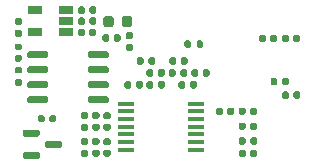
<source format=gbp>
G04 #@! TF.GenerationSoftware,KiCad,Pcbnew,(6.0.8)*
G04 #@! TF.CreationDate,2023-04-03T16:58:02+03:00*
G04 #@! TF.ProjectId,hellen1-wbo,68656c6c-656e-4312-9d77-626f2e6b6963,0.3*
G04 #@! TF.SameCoordinates,PX4a19ba0PY5aa5910*
G04 #@! TF.FileFunction,Paste,Bot*
G04 #@! TF.FilePolarity,Positive*
%FSLAX46Y46*%
G04 Gerber Fmt 4.6, Leading zero omitted, Abs format (unit mm)*
G04 Created by KiCad (PCBNEW (6.0.8)) date 2023-04-03 16:58:02*
%MOMM*%
%LPD*%
G01*
G04 APERTURE LIST*
%ADD10R,1.450000X0.450000*%
%ADD11R,1.220000X0.650000*%
G04 APERTURE END LIST*
G04 #@! TO.C,C605*
G36*
G01*
X20245000Y1869168D02*
X20245000Y2214168D01*
G75*
G02*
X20392500Y2361668I147500J0D01*
G01*
X20687500Y2361668D01*
G75*
G02*
X20835000Y2214168I0J-147500D01*
G01*
X20835000Y1869168D01*
G75*
G02*
X20687500Y1721668I-147500J0D01*
G01*
X20392500Y1721668D01*
G75*
G02*
X20245000Y1869168I0J147500D01*
G01*
G37*
G36*
G01*
X21215000Y1869168D02*
X21215000Y2214168D01*
G75*
G02*
X21362500Y2361668I147500J0D01*
G01*
X21657500Y2361668D01*
G75*
G02*
X21805000Y2214168I0J-147500D01*
G01*
X21805000Y1869168D01*
G75*
G02*
X21657500Y1721668I-147500J0D01*
G01*
X21362500Y1721668D01*
G75*
G02*
X21215000Y1869168I0J147500D01*
G01*
G37*
G04 #@! TD*
G04 #@! TO.C,C607*
G36*
G01*
X23920000Y5752500D02*
X23920000Y6097500D01*
G75*
G02*
X24067500Y6245000I147500J0D01*
G01*
X24362500Y6245000D01*
G75*
G02*
X24510000Y6097500I0J-147500D01*
G01*
X24510000Y5752500D01*
G75*
G02*
X24362500Y5605000I-147500J0D01*
G01*
X24067500Y5605000D01*
G75*
G02*
X23920000Y5752500I0J147500D01*
G01*
G37*
G36*
G01*
X24890000Y5752500D02*
X24890000Y6097500D01*
G75*
G02*
X25037500Y6245000I147500J0D01*
G01*
X25332500Y6245000D01*
G75*
G02*
X25480000Y6097500I0J-147500D01*
G01*
X25480000Y5752500D01*
G75*
G02*
X25332500Y5605000I-147500J0D01*
G01*
X25037500Y5605000D01*
G75*
G02*
X24890000Y5752500I0J147500D01*
G01*
G37*
G04 #@! TD*
G04 #@! TO.C,R609*
G36*
G01*
X11250000Y12406250D02*
X11250000Y11893750D01*
G75*
G02*
X11031250Y11675000I-218750J0D01*
G01*
X10593750Y11675000D01*
G75*
G02*
X10375000Y11893750I0J218750D01*
G01*
X10375000Y12406250D01*
G75*
G02*
X10593750Y12625000I218750J0D01*
G01*
X11031250Y12625000D01*
G75*
G02*
X11250000Y12406250I0J-218750D01*
G01*
G37*
G36*
G01*
X9675000Y12406250D02*
X9675000Y11893750D01*
G75*
G02*
X9456250Y11675000I-218750J0D01*
G01*
X9018750Y11675000D01*
G75*
G02*
X8800000Y11893750I0J218750D01*
G01*
X8800000Y12406250D01*
G75*
G02*
X9018750Y12625000I218750J0D01*
G01*
X9456250Y12625000D01*
G75*
G02*
X9675000Y12406250I0J-218750D01*
G01*
G37*
G04 #@! TD*
G04 #@! TO.C,R607*
G36*
G01*
X21805000Y1147500D02*
X21805000Y802500D01*
G75*
G02*
X21657500Y655000I-147500J0D01*
G01*
X21362500Y655000D01*
G75*
G02*
X21215000Y802500I0J147500D01*
G01*
X21215000Y1147500D01*
G75*
G02*
X21362500Y1295000I147500J0D01*
G01*
X21657500Y1295000D01*
G75*
G02*
X21805000Y1147500I0J-147500D01*
G01*
G37*
G36*
G01*
X20835000Y1147500D02*
X20835000Y802500D01*
G75*
G02*
X20687500Y655000I-147500J0D01*
G01*
X20392500Y655000D01*
G75*
G02*
X20245000Y802500I0J147500D01*
G01*
X20245000Y1147500D01*
G75*
G02*
X20392500Y1295000I147500J0D01*
G01*
X20687500Y1295000D01*
G75*
G02*
X20835000Y1147500I0J-147500D01*
G01*
G37*
G04 #@! TD*
G04 #@! TO.C,R614*
G36*
G01*
X6640709Y11052500D02*
X6640709Y11397500D01*
G75*
G02*
X6788209Y11545000I147500J0D01*
G01*
X7083209Y11545000D01*
G75*
G02*
X7230709Y11397500I0J-147500D01*
G01*
X7230709Y11052500D01*
G75*
G02*
X7083209Y10905000I-147500J0D01*
G01*
X6788209Y10905000D01*
G75*
G02*
X6640709Y11052500I0J147500D01*
G01*
G37*
G36*
G01*
X7610709Y11052500D02*
X7610709Y11397500D01*
G75*
G02*
X7758209Y11545000I147500J0D01*
G01*
X8053209Y11545000D01*
G75*
G02*
X8200709Y11397500I0J-147500D01*
G01*
X8200709Y11052500D01*
G75*
G02*
X8053209Y10905000I-147500J0D01*
G01*
X7758209Y10905000D01*
G75*
G02*
X7610709Y11052500I0J147500D01*
G01*
G37*
G04 #@! TD*
G04 #@! TO.C,R615*
G36*
G01*
X8695000Y10577500D02*
X8695000Y10922500D01*
G75*
G02*
X8842500Y11070000I147500J0D01*
G01*
X9137500Y11070000D01*
G75*
G02*
X9285000Y10922500I0J-147500D01*
G01*
X9285000Y10577500D01*
G75*
G02*
X9137500Y10430000I-147500J0D01*
G01*
X8842500Y10430000D01*
G75*
G02*
X8695000Y10577500I0J147500D01*
G01*
G37*
G36*
G01*
X9665000Y10577500D02*
X9665000Y10922500D01*
G75*
G02*
X9812500Y11070000I147500J0D01*
G01*
X10107500Y11070000D01*
G75*
G02*
X10255000Y10922500I0J-147500D01*
G01*
X10255000Y10577500D01*
G75*
G02*
X10107500Y10430000I-147500J0D01*
G01*
X9812500Y10430000D01*
G75*
G02*
X9665000Y10577500I0J147500D01*
G01*
G37*
G04 #@! TD*
G04 #@! TO.C,R621*
G36*
G01*
X1427500Y12440000D02*
X1772500Y12440000D01*
G75*
G02*
X1920000Y12292500I0J-147500D01*
G01*
X1920000Y11997500D01*
G75*
G02*
X1772500Y11850000I-147500J0D01*
G01*
X1427500Y11850000D01*
G75*
G02*
X1280000Y11997500I0J147500D01*
G01*
X1280000Y12292500D01*
G75*
G02*
X1427500Y12440000I147500J0D01*
G01*
G37*
G36*
G01*
X1427500Y11470000D02*
X1772500Y11470000D01*
G75*
G02*
X1920000Y11322500I0J-147500D01*
G01*
X1920000Y11027500D01*
G75*
G02*
X1772500Y10880000I-147500J0D01*
G01*
X1427500Y10880000D01*
G75*
G02*
X1280000Y11027500I0J147500D01*
G01*
X1280000Y11322500D01*
G75*
G02*
X1427500Y11470000I147500J0D01*
G01*
G37*
G04 #@! TD*
G04 #@! TO.C,R619*
G36*
G01*
X14005000Y7972500D02*
X14005000Y7627500D01*
G75*
G02*
X13857500Y7480000I-147500J0D01*
G01*
X13562500Y7480000D01*
G75*
G02*
X13415000Y7627500I0J147500D01*
G01*
X13415000Y7972500D01*
G75*
G02*
X13562500Y8120000I147500J0D01*
G01*
X13857500Y8120000D01*
G75*
G02*
X14005000Y7972500I0J-147500D01*
G01*
G37*
G36*
G01*
X13035000Y7972500D02*
X13035000Y7627500D01*
G75*
G02*
X12887500Y7480000I-147500J0D01*
G01*
X12592500Y7480000D01*
G75*
G02*
X12445000Y7627500I0J147500D01*
G01*
X12445000Y7972500D01*
G75*
G02*
X12592500Y8120000I147500J0D01*
G01*
X12887500Y8120000D01*
G75*
G02*
X13035000Y7972500I0J-147500D01*
G01*
G37*
G04 #@! TD*
G04 #@! TO.C,R620*
G36*
G01*
X12445000Y6627500D02*
X12445000Y6972500D01*
G75*
G02*
X12592500Y7120000I147500J0D01*
G01*
X12887500Y7120000D01*
G75*
G02*
X13035000Y6972500I0J-147500D01*
G01*
X13035000Y6627500D01*
G75*
G02*
X12887500Y6480000I-147500J0D01*
G01*
X12592500Y6480000D01*
G75*
G02*
X12445000Y6627500I0J147500D01*
G01*
G37*
G36*
G01*
X13415000Y6627500D02*
X13415000Y6972500D01*
G75*
G02*
X13562500Y7120000I147500J0D01*
G01*
X13857500Y7120000D01*
G75*
G02*
X14005000Y6972500I0J-147500D01*
G01*
X14005000Y6627500D01*
G75*
G02*
X13857500Y6480000I-147500J0D01*
G01*
X13562500Y6480000D01*
G75*
G02*
X13415000Y6627500I0J147500D01*
G01*
G37*
G04 #@! TD*
G04 #@! TO.C,R606*
G36*
G01*
X24505000Y7247500D02*
X24505000Y6902500D01*
G75*
G02*
X24357500Y6755000I-147500J0D01*
G01*
X24062500Y6755000D01*
G75*
G02*
X23915000Y6902500I0J147500D01*
G01*
X23915000Y7247500D01*
G75*
G02*
X24062500Y7395000I147500J0D01*
G01*
X24357500Y7395000D01*
G75*
G02*
X24505000Y7247500I0J-147500D01*
G01*
G37*
G36*
G01*
X23535000Y7247500D02*
X23535000Y6902500D01*
G75*
G02*
X23387500Y6755000I-147500J0D01*
G01*
X23092500Y6755000D01*
G75*
G02*
X22945000Y6902500I0J147500D01*
G01*
X22945000Y7247500D01*
G75*
G02*
X23092500Y7395000I147500J0D01*
G01*
X23387500Y7395000D01*
G75*
G02*
X23535000Y7247500I0J-147500D01*
G01*
G37*
G04 #@! TD*
D10*
G04 #@! TO.C,U600*
X10700000Y1300000D03*
X10700000Y1950000D03*
X10700000Y2600000D03*
X10700000Y3250000D03*
X10700000Y3900000D03*
X10700000Y4550000D03*
X10700000Y5200000D03*
X16600000Y5200000D03*
X16600000Y4550000D03*
X16600000Y3900000D03*
X16600000Y3250000D03*
X16600000Y2600000D03*
X16600000Y1950000D03*
X16600000Y1300000D03*
G04 #@! TD*
G04 #@! TO.C,C608*
G36*
G01*
X8205000Y12347500D02*
X8205000Y12002500D01*
G75*
G02*
X8057500Y11855000I-147500J0D01*
G01*
X7762500Y11855000D01*
G75*
G02*
X7615000Y12002500I0J147500D01*
G01*
X7615000Y12347500D01*
G75*
G02*
X7762500Y12495000I147500J0D01*
G01*
X8057500Y12495000D01*
G75*
G02*
X8205000Y12347500I0J-147500D01*
G01*
G37*
G36*
G01*
X7235000Y12347500D02*
X7235000Y12002500D01*
G75*
G02*
X7087500Y11855000I-147500J0D01*
G01*
X6792500Y11855000D01*
G75*
G02*
X6645000Y12002500I0J147500D01*
G01*
X6645000Y12347500D01*
G75*
G02*
X6792500Y12495000I147500J0D01*
G01*
X7087500Y12495000D01*
G75*
G02*
X7235000Y12347500I0J-147500D01*
G01*
G37*
G04 #@! TD*
G04 #@! TO.C,R624*
G36*
G01*
X6645000Y12952500D02*
X6645000Y13297500D01*
G75*
G02*
X6792500Y13445000I147500J0D01*
G01*
X7087500Y13445000D01*
G75*
G02*
X7235000Y13297500I0J-147500D01*
G01*
X7235000Y12952500D01*
G75*
G02*
X7087500Y12805000I-147500J0D01*
G01*
X6792500Y12805000D01*
G75*
G02*
X6645000Y12952500I0J147500D01*
G01*
G37*
G36*
G01*
X7615000Y12952500D02*
X7615000Y13297500D01*
G75*
G02*
X7762500Y13445000I147500J0D01*
G01*
X8057500Y13445000D01*
G75*
G02*
X8205000Y13297500I0J-147500D01*
G01*
X8205000Y12952500D01*
G75*
G02*
X8057500Y12805000I-147500J0D01*
G01*
X7762500Y12805000D01*
G75*
G02*
X7615000Y12952500I0J147500D01*
G01*
G37*
G04 #@! TD*
G04 #@! TO.C,R622*
G36*
G01*
X21945000Y10552500D02*
X21945000Y10897500D01*
G75*
G02*
X22092500Y11045000I147500J0D01*
G01*
X22387500Y11045000D01*
G75*
G02*
X22535000Y10897500I0J-147500D01*
G01*
X22535000Y10552500D01*
G75*
G02*
X22387500Y10405000I-147500J0D01*
G01*
X22092500Y10405000D01*
G75*
G02*
X21945000Y10552500I0J147500D01*
G01*
G37*
G36*
G01*
X22915000Y10552500D02*
X22915000Y10897500D01*
G75*
G02*
X23062500Y11045000I147500J0D01*
G01*
X23357500Y11045000D01*
G75*
G02*
X23505000Y10897500I0J-147500D01*
G01*
X23505000Y10552500D01*
G75*
G02*
X23357500Y10405000I-147500J0D01*
G01*
X23062500Y10405000D01*
G75*
G02*
X22915000Y10552500I0J147500D01*
G01*
G37*
G04 #@! TD*
G04 #@! TO.C,R612*
G36*
G01*
X20245000Y3110834D02*
X20245000Y3455834D01*
G75*
G02*
X20392500Y3603334I147500J0D01*
G01*
X20687500Y3603334D01*
G75*
G02*
X20835000Y3455834I0J-147500D01*
G01*
X20835000Y3110834D01*
G75*
G02*
X20687500Y2963334I-147500J0D01*
G01*
X20392500Y2963334D01*
G75*
G02*
X20245000Y3110834I0J147500D01*
G01*
G37*
G36*
G01*
X21215000Y3110834D02*
X21215000Y3455834D01*
G75*
G02*
X21362500Y3603334I147500J0D01*
G01*
X21657500Y3603334D01*
G75*
G02*
X21805000Y3455834I0J-147500D01*
G01*
X21805000Y3110834D01*
G75*
G02*
X21657500Y2963334I-147500J0D01*
G01*
X21362500Y2963334D01*
G75*
G02*
X21215000Y3110834I0J147500D01*
G01*
G37*
G04 #@! TD*
G04 #@! TO.C,R618*
G36*
G01*
X13180000Y8972500D02*
X13180000Y8627500D01*
G75*
G02*
X13032500Y8480000I-147500J0D01*
G01*
X12737500Y8480000D01*
G75*
G02*
X12590000Y8627500I0J147500D01*
G01*
X12590000Y8972500D01*
G75*
G02*
X12737500Y9120000I147500J0D01*
G01*
X13032500Y9120000D01*
G75*
G02*
X13180000Y8972500I0J-147500D01*
G01*
G37*
G36*
G01*
X12210000Y8972500D02*
X12210000Y8627500D01*
G75*
G02*
X12062500Y8480000I-147500J0D01*
G01*
X11767500Y8480000D01*
G75*
G02*
X11620000Y8627500I0J147500D01*
G01*
X11620000Y8972500D01*
G75*
G02*
X11767500Y9120000I147500J0D01*
G01*
X12062500Y9120000D01*
G75*
G02*
X12210000Y8972500I0J-147500D01*
G01*
G37*
G04 #@! TD*
G04 #@! TO.C,R616*
G36*
G01*
X25455000Y10897500D02*
X25455000Y10552500D01*
G75*
G02*
X25307500Y10405000I-147500J0D01*
G01*
X25012500Y10405000D01*
G75*
G02*
X24865000Y10552500I0J147500D01*
G01*
X24865000Y10897500D01*
G75*
G02*
X25012500Y11045000I147500J0D01*
G01*
X25307500Y11045000D01*
G75*
G02*
X25455000Y10897500I0J-147500D01*
G01*
G37*
G36*
G01*
X24485000Y10897500D02*
X24485000Y10552500D01*
G75*
G02*
X24337500Y10405000I-147500J0D01*
G01*
X24042500Y10405000D01*
G75*
G02*
X23895000Y10552500I0J147500D01*
G01*
X23895000Y10897500D01*
G75*
G02*
X24042500Y11045000I147500J0D01*
G01*
X24337500Y11045000D01*
G75*
G02*
X24485000Y10897500I0J-147500D01*
G01*
G37*
G04 #@! TD*
G04 #@! TO.C,R623*
G36*
G01*
X12130000Y6972500D02*
X12130000Y6627500D01*
G75*
G02*
X11982500Y6480000I-147500J0D01*
G01*
X11687500Y6480000D01*
G75*
G02*
X11540000Y6627500I0J147500D01*
G01*
X11540000Y6972500D01*
G75*
G02*
X11687500Y7120000I147500J0D01*
G01*
X11982500Y7120000D01*
G75*
G02*
X12130000Y6972500I0J-147500D01*
G01*
G37*
G36*
G01*
X11160000Y6972500D02*
X11160000Y6627500D01*
G75*
G02*
X11012500Y6480000I-147500J0D01*
G01*
X10717500Y6480000D01*
G75*
G02*
X10570000Y6627500I0J147500D01*
G01*
X10570000Y6972500D01*
G75*
G02*
X10717500Y7120000I147500J0D01*
G01*
X11012500Y7120000D01*
G75*
G02*
X11160000Y6972500I0J-147500D01*
G01*
G37*
G04 #@! TD*
G04 #@! TO.C,R604*
G36*
G01*
X9272500Y720000D02*
X8927500Y720000D01*
G75*
G02*
X8780000Y867500I0J147500D01*
G01*
X8780000Y1162500D01*
G75*
G02*
X8927500Y1310000I147500J0D01*
G01*
X9272500Y1310000D01*
G75*
G02*
X9420000Y1162500I0J-147500D01*
G01*
X9420000Y867500D01*
G75*
G02*
X9272500Y720000I-147500J0D01*
G01*
G37*
G36*
G01*
X9272500Y1690000D02*
X8927500Y1690000D01*
G75*
G02*
X8780000Y1837500I0J147500D01*
G01*
X8780000Y2132500D01*
G75*
G02*
X8927500Y2280000I147500J0D01*
G01*
X9272500Y2280000D01*
G75*
G02*
X9420000Y2132500I0J-147500D01*
G01*
X9420000Y1837500D01*
G75*
G02*
X9272500Y1690000I-147500J0D01*
G01*
G37*
G04 #@! TD*
G04 #@! TO.C,R605*
G36*
G01*
X15905000Y7972500D02*
X15905000Y7627500D01*
G75*
G02*
X15757500Y7480000I-147500J0D01*
G01*
X15462500Y7480000D01*
G75*
G02*
X15315000Y7627500I0J147500D01*
G01*
X15315000Y7972500D01*
G75*
G02*
X15462500Y8120000I147500J0D01*
G01*
X15757500Y8120000D01*
G75*
G02*
X15905000Y7972500I0J-147500D01*
G01*
G37*
G36*
G01*
X14935000Y7972500D02*
X14935000Y7627500D01*
G75*
G02*
X14787500Y7480000I-147500J0D01*
G01*
X14492500Y7480000D01*
G75*
G02*
X14345000Y7627500I0J147500D01*
G01*
X14345000Y7972500D01*
G75*
G02*
X14492500Y8120000I147500J0D01*
G01*
X14787500Y8120000D01*
G75*
G02*
X14935000Y7972500I0J-147500D01*
G01*
G37*
G04 #@! TD*
G04 #@! TO.C,R608*
G36*
G01*
X16245000Y7627500D02*
X16245000Y7972500D01*
G75*
G02*
X16392500Y8120000I147500J0D01*
G01*
X16687500Y8120000D01*
G75*
G02*
X16835000Y7972500I0J-147500D01*
G01*
X16835000Y7627500D01*
G75*
G02*
X16687500Y7480000I-147500J0D01*
G01*
X16392500Y7480000D01*
G75*
G02*
X16245000Y7627500I0J147500D01*
G01*
G37*
G36*
G01*
X17215000Y7627500D02*
X17215000Y7972500D01*
G75*
G02*
X17362500Y8120000I147500J0D01*
G01*
X17657500Y8120000D01*
G75*
G02*
X17805000Y7972500I0J-147500D01*
G01*
X17805000Y7627500D01*
G75*
G02*
X17657500Y7480000I-147500J0D01*
G01*
X17362500Y7480000D01*
G75*
G02*
X17215000Y7627500I0J147500D01*
G01*
G37*
G04 #@! TD*
G04 #@! TO.C,C603*
G36*
G01*
X8322500Y720000D02*
X7977500Y720000D01*
G75*
G02*
X7830000Y867500I0J147500D01*
G01*
X7830000Y1162500D01*
G75*
G02*
X7977500Y1310000I147500J0D01*
G01*
X8322500Y1310000D01*
G75*
G02*
X8470000Y1162500I0J-147500D01*
G01*
X8470000Y867500D01*
G75*
G02*
X8322500Y720000I-147500J0D01*
G01*
G37*
G36*
G01*
X8322500Y1690000D02*
X7977500Y1690000D01*
G75*
G02*
X7830000Y1837500I0J147500D01*
G01*
X7830000Y2132500D01*
G75*
G02*
X7977500Y2280000I147500J0D01*
G01*
X8322500Y2280000D01*
G75*
G02*
X8470000Y2132500I0J-147500D01*
G01*
X8470000Y1837500D01*
G75*
G02*
X8322500Y1690000I-147500J0D01*
G01*
G37*
G04 #@! TD*
D11*
G04 #@! TO.C,U601*
X5610000Y13125000D03*
X5610000Y12175000D03*
X5610000Y11225000D03*
X2990000Y11225000D03*
X2990000Y13125000D03*
G04 #@! TD*
G04 #@! TO.C,R603*
G36*
G01*
X14370000Y8627500D02*
X14370000Y8972500D01*
G75*
G02*
X14517500Y9120000I147500J0D01*
G01*
X14812500Y9120000D01*
G75*
G02*
X14960000Y8972500I0J-147500D01*
G01*
X14960000Y8627500D01*
G75*
G02*
X14812500Y8480000I-147500J0D01*
G01*
X14517500Y8480000D01*
G75*
G02*
X14370000Y8627500I0J147500D01*
G01*
G37*
G36*
G01*
X15340000Y8627500D02*
X15340000Y8972500D01*
G75*
G02*
X15487500Y9120000I147500J0D01*
G01*
X15782500Y9120000D01*
G75*
G02*
X15930000Y8972500I0J-147500D01*
G01*
X15930000Y8627500D01*
G75*
G02*
X15782500Y8480000I-147500J0D01*
G01*
X15487500Y8480000D01*
G75*
G02*
X15340000Y8627500I0J147500D01*
G01*
G37*
G04 #@! TD*
G04 #@! TO.C,R613*
G36*
G01*
X11172500Y9670000D02*
X10827500Y9670000D01*
G75*
G02*
X10680000Y9817500I0J147500D01*
G01*
X10680000Y10112500D01*
G75*
G02*
X10827500Y10260000I147500J0D01*
G01*
X11172500Y10260000D01*
G75*
G02*
X11320000Y10112500I0J-147500D01*
G01*
X11320000Y9817500D01*
G75*
G02*
X11172500Y9670000I-147500J0D01*
G01*
G37*
G36*
G01*
X11172500Y10640000D02*
X10827500Y10640000D01*
G75*
G02*
X10680000Y10787500I0J147500D01*
G01*
X10680000Y11082500D01*
G75*
G02*
X10827500Y11230000I147500J0D01*
G01*
X11172500Y11230000D01*
G75*
G02*
X11320000Y11082500I0J-147500D01*
G01*
X11320000Y10787500D01*
G75*
G02*
X11172500Y10640000I-147500J0D01*
G01*
G37*
G04 #@! TD*
G04 #@! TO.C,C601*
G36*
G01*
X8927500Y4480000D02*
X9272500Y4480000D01*
G75*
G02*
X9420000Y4332500I0J-147500D01*
G01*
X9420000Y4037500D01*
G75*
G02*
X9272500Y3890000I-147500J0D01*
G01*
X8927500Y3890000D01*
G75*
G02*
X8780000Y4037500I0J147500D01*
G01*
X8780000Y4332500D01*
G75*
G02*
X8927500Y4480000I147500J0D01*
G01*
G37*
G36*
G01*
X8927500Y3510000D02*
X9272500Y3510000D01*
G75*
G02*
X9420000Y3362500I0J-147500D01*
G01*
X9420000Y3067500D01*
G75*
G02*
X9272500Y2920000I-147500J0D01*
G01*
X8927500Y2920000D01*
G75*
G02*
X8780000Y3067500I0J147500D01*
G01*
X8780000Y3362500D01*
G75*
G02*
X8927500Y3510000I147500J0D01*
G01*
G37*
G04 #@! TD*
G04 #@! TO.C,R610*
G36*
G01*
X19880000Y4722500D02*
X19880000Y4377500D01*
G75*
G02*
X19732500Y4230000I-147500J0D01*
G01*
X19437500Y4230000D01*
G75*
G02*
X19290000Y4377500I0J147500D01*
G01*
X19290000Y4722500D01*
G75*
G02*
X19437500Y4870000I147500J0D01*
G01*
X19732500Y4870000D01*
G75*
G02*
X19880000Y4722500I0J-147500D01*
G01*
G37*
G36*
G01*
X18910000Y4722500D02*
X18910000Y4377500D01*
G75*
G02*
X18762500Y4230000I-147500J0D01*
G01*
X18467500Y4230000D01*
G75*
G02*
X18320000Y4377500I0J147500D01*
G01*
X18320000Y4722500D01*
G75*
G02*
X18467500Y4870000I147500J0D01*
G01*
X18762500Y4870000D01*
G75*
G02*
X18910000Y4722500I0J-147500D01*
G01*
G37*
G04 #@! TD*
G04 #@! TO.C,R611*
G36*
G01*
X21805000Y4722500D02*
X21805000Y4377500D01*
G75*
G02*
X21657500Y4230000I-147500J0D01*
G01*
X21362500Y4230000D01*
G75*
G02*
X21215000Y4377500I0J147500D01*
G01*
X21215000Y4722500D01*
G75*
G02*
X21362500Y4870000I147500J0D01*
G01*
X21657500Y4870000D01*
G75*
G02*
X21805000Y4722500I0J-147500D01*
G01*
G37*
G36*
G01*
X20835000Y4722500D02*
X20835000Y4377500D01*
G75*
G02*
X20687500Y4230000I-147500J0D01*
G01*
X20392500Y4230000D01*
G75*
G02*
X20245000Y4377500I0J147500D01*
G01*
X20245000Y4722500D01*
G75*
G02*
X20392500Y4870000I147500J0D01*
G01*
X20687500Y4870000D01*
G75*
G02*
X20835000Y4722500I0J-147500D01*
G01*
G37*
G04 #@! TD*
G04 #@! TO.C,C602*
G36*
G01*
X7977500Y4480000D02*
X8322500Y4480000D01*
G75*
G02*
X8470000Y4332500I0J-147500D01*
G01*
X8470000Y4037500D01*
G75*
G02*
X8322500Y3890000I-147500J0D01*
G01*
X7977500Y3890000D01*
G75*
G02*
X7830000Y4037500I0J147500D01*
G01*
X7830000Y4332500D01*
G75*
G02*
X7977500Y4480000I147500J0D01*
G01*
G37*
G36*
G01*
X7977500Y3510000D02*
X8322500Y3510000D01*
G75*
G02*
X8470000Y3362500I0J-147500D01*
G01*
X8470000Y3067500D01*
G75*
G02*
X8322500Y2920000I-147500J0D01*
G01*
X7977500Y2920000D01*
G75*
G02*
X7830000Y3067500I0J147500D01*
G01*
X7830000Y3362500D01*
G75*
G02*
X7977500Y3510000I147500J0D01*
G01*
G37*
G04 #@! TD*
G04 #@! TO.C,R602*
G36*
G01*
X16705000Y6972500D02*
X16705000Y6627500D01*
G75*
G02*
X16557500Y6480000I-147500J0D01*
G01*
X16262500Y6480000D01*
G75*
G02*
X16115000Y6627500I0J147500D01*
G01*
X16115000Y6972500D01*
G75*
G02*
X16262500Y7120000I147500J0D01*
G01*
X16557500Y7120000D01*
G75*
G02*
X16705000Y6972500I0J-147500D01*
G01*
G37*
G36*
G01*
X15735000Y6972500D02*
X15735000Y6627500D01*
G75*
G02*
X15587500Y6480000I-147500J0D01*
G01*
X15292500Y6480000D01*
G75*
G02*
X15145000Y6627500I0J147500D01*
G01*
X15145000Y6972500D01*
G75*
G02*
X15292500Y7120000I147500J0D01*
G01*
X15587500Y7120000D01*
G75*
G02*
X15735000Y6972500I0J-147500D01*
G01*
G37*
G04 #@! TD*
G04 #@! TO.C,C604*
G36*
G01*
X7027500Y4480000D02*
X7372500Y4480000D01*
G75*
G02*
X7520000Y4332500I0J-147500D01*
G01*
X7520000Y4037500D01*
G75*
G02*
X7372500Y3890000I-147500J0D01*
G01*
X7027500Y3890000D01*
G75*
G02*
X6880000Y4037500I0J147500D01*
G01*
X6880000Y4332500D01*
G75*
G02*
X7027500Y4480000I147500J0D01*
G01*
G37*
G36*
G01*
X7027500Y3510000D02*
X7372500Y3510000D01*
G75*
G02*
X7520000Y3362500I0J-147500D01*
G01*
X7520000Y3067500D01*
G75*
G02*
X7372500Y2920000I-147500J0D01*
G01*
X7027500Y2920000D01*
G75*
G02*
X6880000Y3067500I0J147500D01*
G01*
X6880000Y3362500D01*
G75*
G02*
X7027500Y3510000I147500J0D01*
G01*
G37*
G04 #@! TD*
G04 #@! TO.C,C606*
G36*
G01*
X7027500Y2280000D02*
X7372500Y2280000D01*
G75*
G02*
X7520000Y2132500I0J-147500D01*
G01*
X7520000Y1837500D01*
G75*
G02*
X7372500Y1690000I-147500J0D01*
G01*
X7027500Y1690000D01*
G75*
G02*
X6880000Y1837500I0J147500D01*
G01*
X6880000Y2132500D01*
G75*
G02*
X7027500Y2280000I147500J0D01*
G01*
G37*
G36*
G01*
X7027500Y1310000D02*
X7372500Y1310000D01*
G75*
G02*
X7520000Y1162500I0J-147500D01*
G01*
X7520000Y867500D01*
G75*
G02*
X7372500Y720000I-147500J0D01*
G01*
X7027500Y720000D01*
G75*
G02*
X6880000Y867500I0J147500D01*
G01*
X6880000Y1162500D01*
G75*
G02*
X7027500Y1310000I147500J0D01*
G01*
G37*
G04 #@! TD*
G04 #@! TO.C,C618*
G36*
G01*
X3264936Y3755000D02*
X3264936Y4095000D01*
G75*
G02*
X3404936Y4235000I140000J0D01*
G01*
X3684936Y4235000D01*
G75*
G02*
X3824936Y4095000I0J-140000D01*
G01*
X3824936Y3755000D01*
G75*
G02*
X3684936Y3615000I-140000J0D01*
G01*
X3404936Y3615000D01*
G75*
G02*
X3264936Y3755000I0J140000D01*
G01*
G37*
G36*
G01*
X4224936Y3755000D02*
X4224936Y4095000D01*
G75*
G02*
X4364936Y4235000I140000J0D01*
G01*
X4644936Y4235000D01*
G75*
G02*
X4784936Y4095000I0J-140000D01*
G01*
X4784936Y3755000D01*
G75*
G02*
X4644936Y3615000I-140000J0D01*
G01*
X4364936Y3615000D01*
G75*
G02*
X4224936Y3755000I0J140000D01*
G01*
G37*
G04 #@! TD*
G04 #@! TO.C,R630*
G36*
G01*
X17220000Y10425000D02*
X17220000Y10055000D01*
G75*
G02*
X17085000Y9920000I-135000J0D01*
G01*
X16815000Y9920000D01*
G75*
G02*
X16680000Y10055000I0J135000D01*
G01*
X16680000Y10425000D01*
G75*
G02*
X16815000Y10560000I135000J0D01*
G01*
X17085000Y10560000D01*
G75*
G02*
X17220000Y10425000I0J-135000D01*
G01*
G37*
G36*
G01*
X16200000Y10425000D02*
X16200000Y10055000D01*
G75*
G02*
X16065000Y9920000I-135000J0D01*
G01*
X15795000Y9920000D01*
G75*
G02*
X15660000Y10055000I0J135000D01*
G01*
X15660000Y10425000D01*
G75*
G02*
X15795000Y10560000I135000J0D01*
G01*
X16065000Y10560000D01*
G75*
G02*
X16200000Y10425000I0J-135000D01*
G01*
G37*
G04 #@! TD*
G04 #@! TO.C,R629*
G36*
G01*
X1795000Y6733652D02*
X1425000Y6733652D01*
G75*
G02*
X1290000Y6868652I0J135000D01*
G01*
X1290000Y7138652D01*
G75*
G02*
X1425000Y7273652I135000J0D01*
G01*
X1795000Y7273652D01*
G75*
G02*
X1930000Y7138652I0J-135000D01*
G01*
X1930000Y6868652D01*
G75*
G02*
X1795000Y6733652I-135000J0D01*
G01*
G37*
G36*
G01*
X1795000Y7753652D02*
X1425000Y7753652D01*
G75*
G02*
X1290000Y7888652I0J135000D01*
G01*
X1290000Y8158652D01*
G75*
G02*
X1425000Y8293652I135000J0D01*
G01*
X1795000Y8293652D01*
G75*
G02*
X1930000Y8158652I0J-135000D01*
G01*
X1930000Y7888652D01*
G75*
G02*
X1795000Y7753652I-135000J0D01*
G01*
G37*
G04 #@! TD*
G04 #@! TO.C,D604*
G36*
G01*
X1950000Y650000D02*
X1950000Y950000D01*
G75*
G02*
X2100000Y1100000I150000J0D01*
G01*
X3275000Y1100000D01*
G75*
G02*
X3425000Y950000I0J-150000D01*
G01*
X3425000Y650000D01*
G75*
G02*
X3275000Y500000I-150000J0D01*
G01*
X2100000Y500000D01*
G75*
G02*
X1950000Y650000I0J150000D01*
G01*
G37*
G36*
G01*
X1950000Y2550000D02*
X1950000Y2850000D01*
G75*
G02*
X2100000Y3000000I150000J0D01*
G01*
X3275000Y3000000D01*
G75*
G02*
X3425000Y2850000I0J-150000D01*
G01*
X3425000Y2550000D01*
G75*
G02*
X3275000Y2400000I-150000J0D01*
G01*
X2100000Y2400000D01*
G75*
G02*
X1950000Y2550000I0J150000D01*
G01*
G37*
G36*
G01*
X3825000Y1600000D02*
X3825000Y1900000D01*
G75*
G02*
X3975000Y2050000I150000J0D01*
G01*
X5150000Y2050000D01*
G75*
G02*
X5300000Y1900000I0J-150000D01*
G01*
X5300000Y1600000D01*
G75*
G02*
X5150000Y1450000I-150000J0D01*
G01*
X3975000Y1450000D01*
G75*
G02*
X3825000Y1600000I0J150000D01*
G01*
G37*
G04 #@! TD*
G04 #@! TO.C,C617*
G36*
G01*
X1430000Y10284628D02*
X1770000Y10284628D01*
G75*
G02*
X1910000Y10144628I0J-140000D01*
G01*
X1910000Y9864628D01*
G75*
G02*
X1770000Y9724628I-140000J0D01*
G01*
X1430000Y9724628D01*
G75*
G02*
X1290000Y9864628I0J140000D01*
G01*
X1290000Y10144628D01*
G75*
G02*
X1430000Y10284628I140000J0D01*
G01*
G37*
G36*
G01*
X1430000Y9324628D02*
X1770000Y9324628D01*
G75*
G02*
X1910000Y9184628I0J-140000D01*
G01*
X1910000Y8904628D01*
G75*
G02*
X1770000Y8764628I-140000J0D01*
G01*
X1430000Y8764628D01*
G75*
G02*
X1290000Y8904628I0J140000D01*
G01*
X1290000Y9184628D01*
G75*
G02*
X1430000Y9324628I140000J0D01*
G01*
G37*
G04 #@! TD*
G04 #@! TO.C,U605*
G36*
G01*
X9250000Y9504628D02*
X9250000Y9204628D01*
G75*
G02*
X9100000Y9054628I-150000J0D01*
G01*
X7650000Y9054628D01*
G75*
G02*
X7500000Y9204628I0J150000D01*
G01*
X7500000Y9504628D01*
G75*
G02*
X7650000Y9654628I150000J0D01*
G01*
X9100000Y9654628D01*
G75*
G02*
X9250000Y9504628I0J-150000D01*
G01*
G37*
G36*
G01*
X9250000Y8234628D02*
X9250000Y7934628D01*
G75*
G02*
X9100000Y7784628I-150000J0D01*
G01*
X7650000Y7784628D01*
G75*
G02*
X7500000Y7934628I0J150000D01*
G01*
X7500000Y8234628D01*
G75*
G02*
X7650000Y8384628I150000J0D01*
G01*
X9100000Y8384628D01*
G75*
G02*
X9250000Y8234628I0J-150000D01*
G01*
G37*
G36*
G01*
X9250000Y6964628D02*
X9250000Y6664628D01*
G75*
G02*
X9100000Y6514628I-150000J0D01*
G01*
X7650000Y6514628D01*
G75*
G02*
X7500000Y6664628I0J150000D01*
G01*
X7500000Y6964628D01*
G75*
G02*
X7650000Y7114628I150000J0D01*
G01*
X9100000Y7114628D01*
G75*
G02*
X9250000Y6964628I0J-150000D01*
G01*
G37*
G36*
G01*
X9250000Y5694628D02*
X9250000Y5394628D01*
G75*
G02*
X9100000Y5244628I-150000J0D01*
G01*
X7650000Y5244628D01*
G75*
G02*
X7500000Y5394628I0J150000D01*
G01*
X7500000Y5694628D01*
G75*
G02*
X7650000Y5844628I150000J0D01*
G01*
X9100000Y5844628D01*
G75*
G02*
X9250000Y5694628I0J-150000D01*
G01*
G37*
G36*
G01*
X4100000Y5694628D02*
X4100000Y5394628D01*
G75*
G02*
X3950000Y5244628I-150000J0D01*
G01*
X2500000Y5244628D01*
G75*
G02*
X2350000Y5394628I0J150000D01*
G01*
X2350000Y5694628D01*
G75*
G02*
X2500000Y5844628I150000J0D01*
G01*
X3950000Y5844628D01*
G75*
G02*
X4100000Y5694628I0J-150000D01*
G01*
G37*
G36*
G01*
X4100000Y6964628D02*
X4100000Y6664628D01*
G75*
G02*
X3950000Y6514628I-150000J0D01*
G01*
X2500000Y6514628D01*
G75*
G02*
X2350000Y6664628I0J150000D01*
G01*
X2350000Y6964628D01*
G75*
G02*
X2500000Y7114628I150000J0D01*
G01*
X3950000Y7114628D01*
G75*
G02*
X4100000Y6964628I0J-150000D01*
G01*
G37*
G36*
G01*
X4100000Y8234628D02*
X4100000Y7934628D01*
G75*
G02*
X3950000Y7784628I-150000J0D01*
G01*
X2500000Y7784628D01*
G75*
G02*
X2350000Y7934628I0J150000D01*
G01*
X2350000Y8234628D01*
G75*
G02*
X2500000Y8384628I150000J0D01*
G01*
X3950000Y8384628D01*
G75*
G02*
X4100000Y8234628I0J-150000D01*
G01*
G37*
G36*
G01*
X4100000Y9504628D02*
X4100000Y9204628D01*
G75*
G02*
X3950000Y9054628I-150000J0D01*
G01*
X2500000Y9054628D01*
G75*
G02*
X2350000Y9204628I0J150000D01*
G01*
X2350000Y9504628D01*
G75*
G02*
X2500000Y9654628I150000J0D01*
G01*
X3950000Y9654628D01*
G75*
G02*
X4100000Y9504628I0J-150000D01*
G01*
G37*
G04 #@! TD*
M02*

</source>
